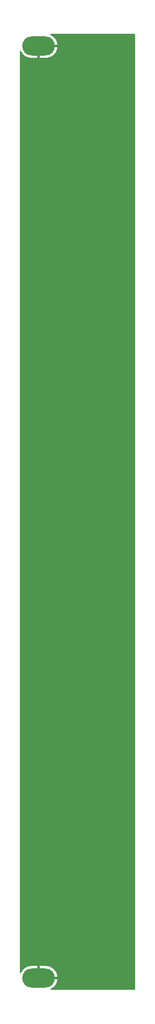
<source format=gbr>
%TF.GenerationSoftware,KiCad,Pcbnew,6.0.11+dfsg-1*%
%TF.CreationDate,2024-02-11T13:02:19+01:00*%
%TF.ProjectId,kosmo-panel-blank-2.5cm,6b6f736d-6f2d-4706-916e-656c2d626c61,rev?*%
%TF.SameCoordinates,Original*%
%TF.FileFunction,Copper,L1,Top*%
%TF.FilePolarity,Positive*%
%FSLAX46Y46*%
G04 Gerber Fmt 4.6, Leading zero omitted, Abs format (unit mm)*
G04 Created by KiCad (PCBNEW 6.0.11+dfsg-1) date 2024-02-11 13:02:19*
%MOMM*%
%LPD*%
G01*
G04 APERTURE LIST*
%TA.AperFunction,ComponentPad*%
%ADD10O,6.800000X4.000000*%
%TD*%
G04 APERTURE END LIST*
D10*
%TO.P,REF\u002A\u002A,1*%
%TO.N,GND*%
X44400000Y-247000000D03*
X44400000Y-53000000D03*
%TD*%
%TA.AperFunction,Conductor*%
%TO.N,GND*%
G36*
X64433621Y-50528502D02*
G01*
X64480114Y-50582158D01*
X64491500Y-50634500D01*
X64491500Y-249365500D01*
X64471498Y-249433621D01*
X64417842Y-249480114D01*
X64365500Y-249491500D01*
X46959360Y-249491500D01*
X46891239Y-249471498D01*
X46844746Y-249417842D01*
X46834642Y-249347568D01*
X46864136Y-249282988D01*
X46905712Y-249251492D01*
X47007041Y-249203810D01*
X47013974Y-249199999D01*
X47273729Y-249035153D01*
X47280132Y-249030502D01*
X47517187Y-248834393D01*
X47522954Y-248828977D01*
X47733557Y-248604707D01*
X47738596Y-248598616D01*
X47919430Y-248349719D01*
X47923670Y-248343039D01*
X48071890Y-248073428D01*
X48075247Y-248066293D01*
X48188508Y-247780230D01*
X48190953Y-247772704D01*
X48267462Y-247474721D01*
X48268945Y-247466950D01*
X48293575Y-247271974D01*
X48291272Y-247257694D01*
X48278280Y-247254000D01*
X44272000Y-247254000D01*
X44203879Y-247233998D01*
X44157386Y-247180342D01*
X44146000Y-247128000D01*
X44146000Y-246727885D01*
X44654000Y-246727885D01*
X44658475Y-246743124D01*
X44659865Y-246744329D01*
X44667548Y-246746000D01*
X48277731Y-246746000D01*
X48291608Y-246741925D01*
X48293645Y-246728574D01*
X48268945Y-246533050D01*
X48267462Y-246525279D01*
X48190953Y-246227296D01*
X48188508Y-246219770D01*
X48075247Y-245933707D01*
X48071890Y-245926572D01*
X47923670Y-245656961D01*
X47919430Y-245650281D01*
X47738596Y-245401384D01*
X47733557Y-245395293D01*
X47522954Y-245171023D01*
X47517187Y-245165607D01*
X47280132Y-244969498D01*
X47273729Y-244964847D01*
X47013974Y-244800001D01*
X47007041Y-244796189D01*
X46728672Y-244665199D01*
X46721309Y-244662284D01*
X46428723Y-244567217D01*
X46421046Y-244565246D01*
X46118855Y-244507600D01*
X46110994Y-244506607D01*
X45880820Y-244492126D01*
X45876829Y-244492000D01*
X44672115Y-244492000D01*
X44656876Y-244496475D01*
X44655671Y-244497865D01*
X44654000Y-244505548D01*
X44654000Y-246727885D01*
X44146000Y-246727885D01*
X44146000Y-244510115D01*
X44141525Y-244494876D01*
X44140135Y-244493671D01*
X44132452Y-244492000D01*
X42923171Y-244492000D01*
X42919180Y-244492126D01*
X42689006Y-244506607D01*
X42681145Y-244507600D01*
X42378954Y-244565246D01*
X42371277Y-244567217D01*
X42078691Y-244662284D01*
X42071328Y-244665199D01*
X41792959Y-244796189D01*
X41786026Y-244800001D01*
X41526271Y-244964847D01*
X41519868Y-244969498D01*
X41282813Y-245165607D01*
X41277046Y-245171023D01*
X41066443Y-245395293D01*
X41061404Y-245401384D01*
X40880570Y-245650281D01*
X40876330Y-245656961D01*
X40744915Y-245896004D01*
X40694569Y-245946063D01*
X40625152Y-245960956D01*
X40558703Y-245935955D01*
X40516319Y-245878998D01*
X40508500Y-245835303D01*
X40508500Y-54164697D01*
X40528502Y-54096576D01*
X40582158Y-54050083D01*
X40652432Y-54039979D01*
X40717012Y-54069473D01*
X40744915Y-54103996D01*
X40876330Y-54343039D01*
X40880570Y-54349719D01*
X41061404Y-54598616D01*
X41066443Y-54604707D01*
X41277046Y-54828977D01*
X41282813Y-54834393D01*
X41519868Y-55030502D01*
X41526271Y-55035153D01*
X41786026Y-55199999D01*
X41792959Y-55203811D01*
X42071328Y-55334801D01*
X42078691Y-55337716D01*
X42371277Y-55432783D01*
X42378954Y-55434754D01*
X42681145Y-55492400D01*
X42689006Y-55493393D01*
X42919180Y-55507874D01*
X42923171Y-55508000D01*
X44127885Y-55508000D01*
X44143124Y-55503525D01*
X44144329Y-55502135D01*
X44146000Y-55494452D01*
X44146000Y-55489885D01*
X44654000Y-55489885D01*
X44658475Y-55505124D01*
X44659865Y-55506329D01*
X44667548Y-55508000D01*
X45876829Y-55508000D01*
X45880820Y-55507874D01*
X46110994Y-55493393D01*
X46118855Y-55492400D01*
X46421046Y-55434754D01*
X46428723Y-55432783D01*
X46721309Y-55337716D01*
X46728672Y-55334801D01*
X47007041Y-55203811D01*
X47013974Y-55199999D01*
X47273729Y-55035153D01*
X47280132Y-55030502D01*
X47517187Y-54834393D01*
X47522954Y-54828977D01*
X47733557Y-54604707D01*
X47738596Y-54598616D01*
X47919430Y-54349719D01*
X47923670Y-54343039D01*
X48071890Y-54073428D01*
X48075247Y-54066293D01*
X48188508Y-53780230D01*
X48190953Y-53772704D01*
X48267462Y-53474721D01*
X48268945Y-53466950D01*
X48293575Y-53271974D01*
X48291272Y-53257694D01*
X48278280Y-53254000D01*
X44672115Y-53254000D01*
X44656876Y-53258475D01*
X44655671Y-53259865D01*
X44654000Y-53267548D01*
X44654000Y-55489885D01*
X44146000Y-55489885D01*
X44146000Y-52872000D01*
X44166002Y-52803879D01*
X44219658Y-52757386D01*
X44272000Y-52746000D01*
X48277731Y-52746000D01*
X48291608Y-52741925D01*
X48293645Y-52728574D01*
X48268945Y-52533050D01*
X48267462Y-52525279D01*
X48190953Y-52227296D01*
X48188508Y-52219770D01*
X48075247Y-51933707D01*
X48071890Y-51926572D01*
X47923670Y-51656961D01*
X47919430Y-51650281D01*
X47738596Y-51401384D01*
X47733557Y-51395293D01*
X47522954Y-51171023D01*
X47517187Y-51165607D01*
X47280132Y-50969498D01*
X47273729Y-50964847D01*
X47013974Y-50800001D01*
X47007041Y-50796190D01*
X46905712Y-50748508D01*
X46852591Y-50701406D01*
X46833368Y-50633061D01*
X46854147Y-50565173D01*
X46908330Y-50519296D01*
X46959360Y-50508500D01*
X64365500Y-50508500D01*
X64433621Y-50528502D01*
G37*
%TD.AperFunction*%
%TD*%
M02*

</source>
